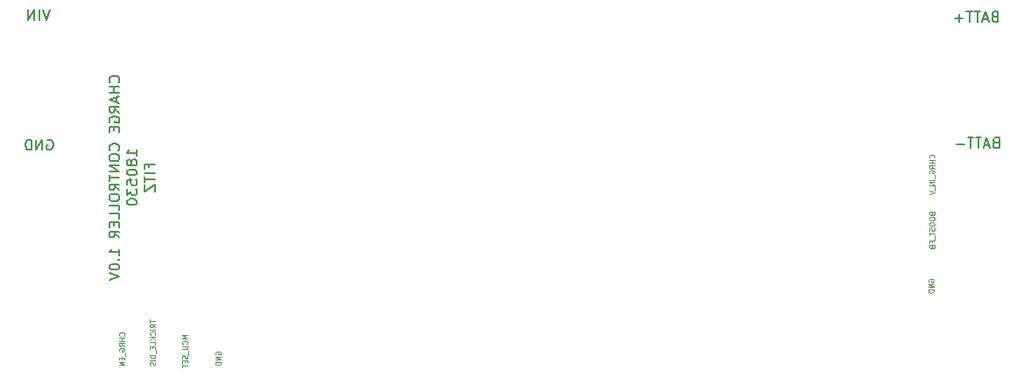
<source format=gbo>
G04 #@! TF.GenerationSoftware,KiCad,Pcbnew,5.0.0-rc2-unknown-2cb65f9~65~ubuntu17.10.1*
G04 #@! TF.CreationDate,2018-06-03T22:05:48-07:00*
G04 #@! TF.ProjectId,charge_controller,6368617267655F636F6E74726F6C6C65,rev?*
G04 #@! TF.SameCoordinates,Original*
G04 #@! TF.FileFunction,Legend,Bot*
G04 #@! TF.FilePolarity,Positive*
%FSLAX46Y46*%
G04 Gerber Fmt 4.6, Leading zero omitted, Abs format (unit mm)*
G04 Created by KiCad (PCBNEW 5.0.0-rc2-unknown-2cb65f9~65~ubuntu17.10.1) date Sun Jun  3 22:05:48 2018*
%MOMM*%
%LPD*%
G01*
G04 APERTURE LIST*
%ADD10C,0.200000*%
%ADD11C,0.120000*%
G04 APERTURE END LIST*
D10*
X112657142Y-117709523D02*
X112704761Y-117661904D01*
X112752380Y-117519047D01*
X112752380Y-117423809D01*
X112704761Y-117280952D01*
X112609523Y-117185714D01*
X112514285Y-117138095D01*
X112323809Y-117090476D01*
X112180952Y-117090476D01*
X111990476Y-117138095D01*
X111895238Y-117185714D01*
X111800000Y-117280952D01*
X111752380Y-117423809D01*
X111752380Y-117519047D01*
X111800000Y-117661904D01*
X111847619Y-117709523D01*
X112752380Y-118138095D02*
X111752380Y-118138095D01*
X112228571Y-118138095D02*
X112228571Y-118709523D01*
X112752380Y-118709523D02*
X111752380Y-118709523D01*
X112466666Y-119138095D02*
X112466666Y-119614285D01*
X112752380Y-119042857D02*
X111752380Y-119376190D01*
X112752380Y-119709523D01*
X112752380Y-120614285D02*
X112276190Y-120280952D01*
X112752380Y-120042857D02*
X111752380Y-120042857D01*
X111752380Y-120423809D01*
X111800000Y-120519047D01*
X111847619Y-120566666D01*
X111942857Y-120614285D01*
X112085714Y-120614285D01*
X112180952Y-120566666D01*
X112228571Y-120519047D01*
X112276190Y-120423809D01*
X112276190Y-120042857D01*
X111800000Y-121566666D02*
X111752380Y-121471428D01*
X111752380Y-121328571D01*
X111800000Y-121185714D01*
X111895238Y-121090476D01*
X111990476Y-121042857D01*
X112180952Y-120995238D01*
X112323809Y-120995238D01*
X112514285Y-121042857D01*
X112609523Y-121090476D01*
X112704761Y-121185714D01*
X112752380Y-121328571D01*
X112752380Y-121423809D01*
X112704761Y-121566666D01*
X112657142Y-121614285D01*
X112323809Y-121614285D01*
X112323809Y-121423809D01*
X112228571Y-122042857D02*
X112228571Y-122376190D01*
X112752380Y-122519047D02*
X112752380Y-122042857D01*
X111752380Y-122042857D01*
X111752380Y-122519047D01*
X112657142Y-124280952D02*
X112704761Y-124233333D01*
X112752380Y-124090476D01*
X112752380Y-123995238D01*
X112704761Y-123852380D01*
X112609523Y-123757142D01*
X112514285Y-123709523D01*
X112323809Y-123661904D01*
X112180952Y-123661904D01*
X111990476Y-123709523D01*
X111895238Y-123757142D01*
X111800000Y-123852380D01*
X111752380Y-123995238D01*
X111752380Y-124090476D01*
X111800000Y-124233333D01*
X111847619Y-124280952D01*
X111752380Y-124900000D02*
X111752380Y-125090476D01*
X111800000Y-125185714D01*
X111895238Y-125280952D01*
X112085714Y-125328571D01*
X112419047Y-125328571D01*
X112609523Y-125280952D01*
X112704761Y-125185714D01*
X112752380Y-125090476D01*
X112752380Y-124900000D01*
X112704761Y-124804761D01*
X112609523Y-124709523D01*
X112419047Y-124661904D01*
X112085714Y-124661904D01*
X111895238Y-124709523D01*
X111800000Y-124804761D01*
X111752380Y-124900000D01*
X112752380Y-125757142D02*
X111752380Y-125757142D01*
X112752380Y-126328571D01*
X111752380Y-126328571D01*
X111752380Y-126661904D02*
X111752380Y-127233333D01*
X112752380Y-126947619D02*
X111752380Y-126947619D01*
X112752380Y-128138095D02*
X112276190Y-127804761D01*
X112752380Y-127566666D02*
X111752380Y-127566666D01*
X111752380Y-127947619D01*
X111800000Y-128042857D01*
X111847619Y-128090476D01*
X111942857Y-128138095D01*
X112085714Y-128138095D01*
X112180952Y-128090476D01*
X112228571Y-128042857D01*
X112276190Y-127947619D01*
X112276190Y-127566666D01*
X111752380Y-128757142D02*
X111752380Y-128947619D01*
X111800000Y-129042857D01*
X111895238Y-129138095D01*
X112085714Y-129185714D01*
X112419047Y-129185714D01*
X112609523Y-129138095D01*
X112704761Y-129042857D01*
X112752380Y-128947619D01*
X112752380Y-128757142D01*
X112704761Y-128661904D01*
X112609523Y-128566666D01*
X112419047Y-128519047D01*
X112085714Y-128519047D01*
X111895238Y-128566666D01*
X111800000Y-128661904D01*
X111752380Y-128757142D01*
X112752380Y-130090476D02*
X112752380Y-129614285D01*
X111752380Y-129614285D01*
X112752380Y-130900000D02*
X112752380Y-130423809D01*
X111752380Y-130423809D01*
X112228571Y-131233333D02*
X112228571Y-131566666D01*
X112752380Y-131709523D02*
X112752380Y-131233333D01*
X111752380Y-131233333D01*
X111752380Y-131709523D01*
X112752380Y-132709523D02*
X112276190Y-132376190D01*
X112752380Y-132138095D02*
X111752380Y-132138095D01*
X111752380Y-132519047D01*
X111800000Y-132614285D01*
X111847619Y-132661904D01*
X111942857Y-132709523D01*
X112085714Y-132709523D01*
X112180952Y-132661904D01*
X112228571Y-132614285D01*
X112276190Y-132519047D01*
X112276190Y-132138095D01*
X112752380Y-134423809D02*
X112752380Y-133852380D01*
X112752380Y-134138095D02*
X111752380Y-134138095D01*
X111895238Y-134042857D01*
X111990476Y-133947619D01*
X112038095Y-133852380D01*
X112657142Y-134852380D02*
X112704761Y-134900000D01*
X112752380Y-134852380D01*
X112704761Y-134804761D01*
X112657142Y-134852380D01*
X112752380Y-134852380D01*
X111752380Y-135519047D02*
X111752380Y-135614285D01*
X111800000Y-135709523D01*
X111847619Y-135757142D01*
X111942857Y-135804761D01*
X112133333Y-135852380D01*
X112371428Y-135852380D01*
X112561904Y-135804761D01*
X112657142Y-135757142D01*
X112704761Y-135709523D01*
X112752380Y-135614285D01*
X112752380Y-135519047D01*
X112704761Y-135423809D01*
X112657142Y-135376190D01*
X112561904Y-135328571D01*
X112371428Y-135280952D01*
X112133333Y-135280952D01*
X111942857Y-135328571D01*
X111847619Y-135376190D01*
X111800000Y-135423809D01*
X111752380Y-135519047D01*
X111752380Y-136138095D02*
X112752380Y-136471428D01*
X111752380Y-136804761D01*
X114452380Y-124804761D02*
X114452380Y-124233333D01*
X114452380Y-124519047D02*
X113452380Y-124519047D01*
X113595238Y-124423809D01*
X113690476Y-124328571D01*
X113738095Y-124233333D01*
X113880952Y-125376190D02*
X113833333Y-125280952D01*
X113785714Y-125233333D01*
X113690476Y-125185714D01*
X113642857Y-125185714D01*
X113547619Y-125233333D01*
X113500000Y-125280952D01*
X113452380Y-125376190D01*
X113452380Y-125566666D01*
X113500000Y-125661904D01*
X113547619Y-125709523D01*
X113642857Y-125757142D01*
X113690476Y-125757142D01*
X113785714Y-125709523D01*
X113833333Y-125661904D01*
X113880952Y-125566666D01*
X113880952Y-125376190D01*
X113928571Y-125280952D01*
X113976190Y-125233333D01*
X114071428Y-125185714D01*
X114261904Y-125185714D01*
X114357142Y-125233333D01*
X114404761Y-125280952D01*
X114452380Y-125376190D01*
X114452380Y-125566666D01*
X114404761Y-125661904D01*
X114357142Y-125709523D01*
X114261904Y-125757142D01*
X114071428Y-125757142D01*
X113976190Y-125709523D01*
X113928571Y-125661904D01*
X113880952Y-125566666D01*
X113452380Y-126376190D02*
X113452380Y-126471428D01*
X113500000Y-126566666D01*
X113547619Y-126614285D01*
X113642857Y-126661904D01*
X113833333Y-126709523D01*
X114071428Y-126709523D01*
X114261904Y-126661904D01*
X114357142Y-126614285D01*
X114404761Y-126566666D01*
X114452380Y-126471428D01*
X114452380Y-126376190D01*
X114404761Y-126280952D01*
X114357142Y-126233333D01*
X114261904Y-126185714D01*
X114071428Y-126138095D01*
X113833333Y-126138095D01*
X113642857Y-126185714D01*
X113547619Y-126233333D01*
X113500000Y-126280952D01*
X113452380Y-126376190D01*
X113452380Y-127614285D02*
X113452380Y-127138095D01*
X113928571Y-127090476D01*
X113880952Y-127138095D01*
X113833333Y-127233333D01*
X113833333Y-127471428D01*
X113880952Y-127566666D01*
X113928571Y-127614285D01*
X114023809Y-127661904D01*
X114261904Y-127661904D01*
X114357142Y-127614285D01*
X114404761Y-127566666D01*
X114452380Y-127471428D01*
X114452380Y-127233333D01*
X114404761Y-127138095D01*
X114357142Y-127090476D01*
X113452380Y-127995238D02*
X113452380Y-128614285D01*
X113833333Y-128280952D01*
X113833333Y-128423809D01*
X113880952Y-128519047D01*
X113928571Y-128566666D01*
X114023809Y-128614285D01*
X114261904Y-128614285D01*
X114357142Y-128566666D01*
X114404761Y-128519047D01*
X114452380Y-128423809D01*
X114452380Y-128138095D01*
X114404761Y-128042857D01*
X114357142Y-127995238D01*
X113452380Y-129233333D02*
X113452380Y-129328571D01*
X113500000Y-129423809D01*
X113547619Y-129471428D01*
X113642857Y-129519047D01*
X113833333Y-129566666D01*
X114071428Y-129566666D01*
X114261904Y-129519047D01*
X114357142Y-129471428D01*
X114404761Y-129423809D01*
X114452380Y-129328571D01*
X114452380Y-129233333D01*
X114404761Y-129138095D01*
X114357142Y-129090476D01*
X114261904Y-129042857D01*
X114071428Y-128995238D01*
X113833333Y-128995238D01*
X113642857Y-129042857D01*
X113547619Y-129090476D01*
X113500000Y-129138095D01*
X113452380Y-129233333D01*
X115628571Y-125947619D02*
X115628571Y-125614285D01*
X116152380Y-125614285D02*
X115152380Y-125614285D01*
X115152380Y-126090476D01*
X116152380Y-126471428D02*
X115152380Y-126471428D01*
X115152380Y-126804761D02*
X115152380Y-127376190D01*
X116152380Y-127090476D02*
X115152380Y-127090476D01*
X115152380Y-127614285D02*
X115152380Y-128280952D01*
X116152380Y-127614285D01*
X116152380Y-128280952D01*
X197338095Y-111328571D02*
X197195238Y-111376190D01*
X197147619Y-111423809D01*
X197100000Y-111519047D01*
X197100000Y-111661904D01*
X197147619Y-111757142D01*
X197195238Y-111804761D01*
X197290476Y-111852380D01*
X197671428Y-111852380D01*
X197671428Y-110852380D01*
X197338095Y-110852380D01*
X197242857Y-110900000D01*
X197195238Y-110947619D01*
X197147619Y-111042857D01*
X197147619Y-111138095D01*
X197195238Y-111233333D01*
X197242857Y-111280952D01*
X197338095Y-111328571D01*
X197671428Y-111328571D01*
X196719047Y-111566666D02*
X196242857Y-111566666D01*
X196814285Y-111852380D02*
X196480952Y-110852380D01*
X196147619Y-111852380D01*
X195957142Y-110852380D02*
X195385714Y-110852380D01*
X195671428Y-111852380D02*
X195671428Y-110852380D01*
X195195238Y-110852380D02*
X194623809Y-110852380D01*
X194909523Y-111852380D02*
X194909523Y-110852380D01*
X194290476Y-111471428D02*
X193528571Y-111471428D01*
X193909523Y-111852380D02*
X193909523Y-111090476D01*
X197438095Y-123528571D02*
X197295238Y-123576190D01*
X197247619Y-123623809D01*
X197200000Y-123719047D01*
X197200000Y-123861904D01*
X197247619Y-123957142D01*
X197295238Y-124004761D01*
X197390476Y-124052380D01*
X197771428Y-124052380D01*
X197771428Y-123052380D01*
X197438095Y-123052380D01*
X197342857Y-123100000D01*
X197295238Y-123147619D01*
X197247619Y-123242857D01*
X197247619Y-123338095D01*
X197295238Y-123433333D01*
X197342857Y-123480952D01*
X197438095Y-123528571D01*
X197771428Y-123528571D01*
X196819047Y-123766666D02*
X196342857Y-123766666D01*
X196914285Y-124052380D02*
X196580952Y-123052380D01*
X196247619Y-124052380D01*
X196057142Y-123052380D02*
X195485714Y-123052380D01*
X195771428Y-124052380D02*
X195771428Y-123052380D01*
X195295238Y-123052380D02*
X194723809Y-123052380D01*
X195009523Y-124052380D02*
X195009523Y-123052380D01*
X194390476Y-123671428D02*
X193628571Y-123671428D01*
D11*
X190950000Y-137019047D02*
X190926190Y-136971428D01*
X190926190Y-136900000D01*
X190950000Y-136828571D01*
X190997619Y-136780952D01*
X191045238Y-136757142D01*
X191140476Y-136733333D01*
X191211904Y-136733333D01*
X191307142Y-136757142D01*
X191354761Y-136780952D01*
X191402380Y-136828571D01*
X191426190Y-136900000D01*
X191426190Y-136947619D01*
X191402380Y-137019047D01*
X191378571Y-137042857D01*
X191211904Y-137042857D01*
X191211904Y-136947619D01*
X191426190Y-137257142D02*
X190926190Y-137257142D01*
X191426190Y-137542857D01*
X190926190Y-137542857D01*
X191426190Y-137780952D02*
X190926190Y-137780952D01*
X190926190Y-137900000D01*
X190950000Y-137971428D01*
X190997619Y-138019047D01*
X191045238Y-138042857D01*
X191140476Y-138066666D01*
X191211904Y-138066666D01*
X191307142Y-138042857D01*
X191354761Y-138019047D01*
X191402380Y-137971428D01*
X191426190Y-137900000D01*
X191426190Y-137780952D01*
X191264285Y-130428571D02*
X191288095Y-130500000D01*
X191311904Y-130523809D01*
X191359523Y-130547619D01*
X191430952Y-130547619D01*
X191478571Y-130523809D01*
X191502380Y-130500000D01*
X191526190Y-130452380D01*
X191526190Y-130261904D01*
X191026190Y-130261904D01*
X191026190Y-130428571D01*
X191050000Y-130476190D01*
X191073809Y-130500000D01*
X191121428Y-130523809D01*
X191169047Y-130523809D01*
X191216666Y-130500000D01*
X191240476Y-130476190D01*
X191264285Y-130428571D01*
X191264285Y-130261904D01*
X191026190Y-130857142D02*
X191026190Y-130952380D01*
X191050000Y-131000000D01*
X191097619Y-131047619D01*
X191192857Y-131071428D01*
X191359523Y-131071428D01*
X191454761Y-131047619D01*
X191502380Y-131000000D01*
X191526190Y-130952380D01*
X191526190Y-130857142D01*
X191502380Y-130809523D01*
X191454761Y-130761904D01*
X191359523Y-130738095D01*
X191192857Y-130738095D01*
X191097619Y-130761904D01*
X191050000Y-130809523D01*
X191026190Y-130857142D01*
X191026190Y-131380952D02*
X191026190Y-131476190D01*
X191050000Y-131523809D01*
X191097619Y-131571428D01*
X191192857Y-131595238D01*
X191359523Y-131595238D01*
X191454761Y-131571428D01*
X191502380Y-131523809D01*
X191526190Y-131476190D01*
X191526190Y-131380952D01*
X191502380Y-131333333D01*
X191454761Y-131285714D01*
X191359523Y-131261904D01*
X191192857Y-131261904D01*
X191097619Y-131285714D01*
X191050000Y-131333333D01*
X191026190Y-131380952D01*
X191502380Y-131785714D02*
X191526190Y-131857142D01*
X191526190Y-131976190D01*
X191502380Y-132023809D01*
X191478571Y-132047619D01*
X191430952Y-132071428D01*
X191383333Y-132071428D01*
X191335714Y-132047619D01*
X191311904Y-132023809D01*
X191288095Y-131976190D01*
X191264285Y-131880952D01*
X191240476Y-131833333D01*
X191216666Y-131809523D01*
X191169047Y-131785714D01*
X191121428Y-131785714D01*
X191073809Y-131809523D01*
X191050000Y-131833333D01*
X191026190Y-131880952D01*
X191026190Y-132000000D01*
X191050000Y-132071428D01*
X191026190Y-132214285D02*
X191026190Y-132500000D01*
X191526190Y-132357142D02*
X191026190Y-132357142D01*
X191573809Y-132547619D02*
X191573809Y-132928571D01*
X191264285Y-133214285D02*
X191264285Y-133047619D01*
X191526190Y-133047619D02*
X191026190Y-133047619D01*
X191026190Y-133285714D01*
X191264285Y-133642857D02*
X191288095Y-133714285D01*
X191311904Y-133738095D01*
X191359523Y-133761904D01*
X191430952Y-133761904D01*
X191478571Y-133738095D01*
X191502380Y-133714285D01*
X191526190Y-133666666D01*
X191526190Y-133476190D01*
X191026190Y-133476190D01*
X191026190Y-133642857D01*
X191050000Y-133690476D01*
X191073809Y-133714285D01*
X191121428Y-133738095D01*
X191169047Y-133738095D01*
X191216666Y-133714285D01*
X191240476Y-133690476D01*
X191264285Y-133642857D01*
X191264285Y-133476190D01*
X191478571Y-125016666D02*
X191502380Y-124992857D01*
X191526190Y-124921428D01*
X191526190Y-124873809D01*
X191502380Y-124802380D01*
X191454761Y-124754761D01*
X191407142Y-124730952D01*
X191311904Y-124707142D01*
X191240476Y-124707142D01*
X191145238Y-124730952D01*
X191097619Y-124754761D01*
X191050000Y-124802380D01*
X191026190Y-124873809D01*
X191026190Y-124921428D01*
X191050000Y-124992857D01*
X191073809Y-125016666D01*
X191526190Y-125230952D02*
X191026190Y-125230952D01*
X191264285Y-125230952D02*
X191264285Y-125516666D01*
X191526190Y-125516666D02*
X191026190Y-125516666D01*
X191526190Y-126040476D02*
X191288095Y-125873809D01*
X191526190Y-125754761D02*
X191026190Y-125754761D01*
X191026190Y-125945238D01*
X191050000Y-125992857D01*
X191073809Y-126016666D01*
X191121428Y-126040476D01*
X191192857Y-126040476D01*
X191240476Y-126016666D01*
X191264285Y-125992857D01*
X191288095Y-125945238D01*
X191288095Y-125754761D01*
X191050000Y-126516666D02*
X191026190Y-126469047D01*
X191026190Y-126397619D01*
X191050000Y-126326190D01*
X191097619Y-126278571D01*
X191145238Y-126254761D01*
X191240476Y-126230952D01*
X191311904Y-126230952D01*
X191407142Y-126254761D01*
X191454761Y-126278571D01*
X191502380Y-126326190D01*
X191526190Y-126397619D01*
X191526190Y-126445238D01*
X191502380Y-126516666D01*
X191478571Y-126540476D01*
X191311904Y-126540476D01*
X191311904Y-126445238D01*
X191573809Y-126635714D02*
X191573809Y-127016666D01*
X191526190Y-127135714D02*
X191026190Y-127135714D01*
X191526190Y-127373809D02*
X191026190Y-127373809D01*
X191526190Y-127659523D01*
X191026190Y-127659523D01*
X191573809Y-127778571D02*
X191573809Y-128159523D01*
X191026190Y-128207142D02*
X191526190Y-128373809D01*
X191026190Y-128540476D01*
D10*
X105761904Y-123300000D02*
X105857142Y-123252380D01*
X106000000Y-123252380D01*
X106142857Y-123300000D01*
X106238095Y-123395238D01*
X106285714Y-123490476D01*
X106333333Y-123680952D01*
X106333333Y-123823809D01*
X106285714Y-124014285D01*
X106238095Y-124109523D01*
X106142857Y-124204761D01*
X106000000Y-124252380D01*
X105904761Y-124252380D01*
X105761904Y-124204761D01*
X105714285Y-124157142D01*
X105714285Y-123823809D01*
X105904761Y-123823809D01*
X105285714Y-124252380D02*
X105285714Y-123252380D01*
X104714285Y-124252380D01*
X104714285Y-123252380D01*
X104238095Y-124252380D02*
X104238095Y-123252380D01*
X104000000Y-123252380D01*
X103857142Y-123300000D01*
X103761904Y-123395238D01*
X103714285Y-123490476D01*
X103666666Y-123680952D01*
X103666666Y-123823809D01*
X103714285Y-124014285D01*
X103761904Y-124109523D01*
X103857142Y-124204761D01*
X104000000Y-124252380D01*
X104238095Y-124252380D01*
X105995238Y-110652380D02*
X105661904Y-111652380D01*
X105328571Y-110652380D01*
X104995238Y-111652380D02*
X104995238Y-110652380D01*
X104519047Y-111652380D02*
X104519047Y-110652380D01*
X103947619Y-111652380D01*
X103947619Y-110652380D01*
D11*
X113178571Y-142214285D02*
X113202380Y-142190476D01*
X113226190Y-142119047D01*
X113226190Y-142071428D01*
X113202380Y-142000000D01*
X113154761Y-141952380D01*
X113107142Y-141928571D01*
X113011904Y-141904761D01*
X112940476Y-141904761D01*
X112845238Y-141928571D01*
X112797619Y-141952380D01*
X112750000Y-142000000D01*
X112726190Y-142071428D01*
X112726190Y-142119047D01*
X112750000Y-142190476D01*
X112773809Y-142214285D01*
X113226190Y-142428571D02*
X112726190Y-142428571D01*
X112964285Y-142428571D02*
X112964285Y-142714285D01*
X113226190Y-142714285D02*
X112726190Y-142714285D01*
X113226190Y-143238095D02*
X112988095Y-143071428D01*
X113226190Y-142952380D02*
X112726190Y-142952380D01*
X112726190Y-143142857D01*
X112750000Y-143190476D01*
X112773809Y-143214285D01*
X112821428Y-143238095D01*
X112892857Y-143238095D01*
X112940476Y-143214285D01*
X112964285Y-143190476D01*
X112988095Y-143142857D01*
X112988095Y-142952380D01*
X112750000Y-143714285D02*
X112726190Y-143666666D01*
X112726190Y-143595238D01*
X112750000Y-143523809D01*
X112797619Y-143476190D01*
X112845238Y-143452380D01*
X112940476Y-143428571D01*
X113011904Y-143428571D01*
X113107142Y-143452380D01*
X113154761Y-143476190D01*
X113202380Y-143523809D01*
X113226190Y-143595238D01*
X113226190Y-143642857D01*
X113202380Y-143714285D01*
X113178571Y-143738095D01*
X113011904Y-143738095D01*
X113011904Y-143642857D01*
X113273809Y-143833333D02*
X113273809Y-144214285D01*
X112964285Y-144333333D02*
X112964285Y-144500000D01*
X113226190Y-144571428D02*
X113226190Y-144333333D01*
X112726190Y-144333333D01*
X112726190Y-144571428D01*
X113226190Y-144785714D02*
X112726190Y-144785714D01*
X113226190Y-145071428D01*
X112726190Y-145071428D01*
X115726190Y-140661904D02*
X115726190Y-140947619D01*
X116226190Y-140804761D02*
X115726190Y-140804761D01*
X116226190Y-141400000D02*
X115988095Y-141233333D01*
X116226190Y-141114285D02*
X115726190Y-141114285D01*
X115726190Y-141304761D01*
X115750000Y-141352380D01*
X115773809Y-141376190D01*
X115821428Y-141400000D01*
X115892857Y-141400000D01*
X115940476Y-141376190D01*
X115964285Y-141352380D01*
X115988095Y-141304761D01*
X115988095Y-141114285D01*
X116226190Y-141614285D02*
X115726190Y-141614285D01*
X116178571Y-142138095D02*
X116202380Y-142114285D01*
X116226190Y-142042857D01*
X116226190Y-141995238D01*
X116202380Y-141923809D01*
X116154761Y-141876190D01*
X116107142Y-141852380D01*
X116011904Y-141828571D01*
X115940476Y-141828571D01*
X115845238Y-141852380D01*
X115797619Y-141876190D01*
X115750000Y-141923809D01*
X115726190Y-141995238D01*
X115726190Y-142042857D01*
X115750000Y-142114285D01*
X115773809Y-142138095D01*
X116226190Y-142352380D02*
X115726190Y-142352380D01*
X116226190Y-142638095D02*
X115940476Y-142423809D01*
X115726190Y-142638095D02*
X116011904Y-142352380D01*
X116226190Y-143090476D02*
X116226190Y-142852380D01*
X115726190Y-142852380D01*
X115964285Y-143257142D02*
X115964285Y-143423809D01*
X116226190Y-143495238D02*
X116226190Y-143257142D01*
X115726190Y-143257142D01*
X115726190Y-143495238D01*
X116273809Y-143590476D02*
X116273809Y-143971428D01*
X116226190Y-144090476D02*
X115726190Y-144090476D01*
X115726190Y-144209523D01*
X115750000Y-144280952D01*
X115797619Y-144328571D01*
X115845238Y-144352380D01*
X115940476Y-144376190D01*
X116011904Y-144376190D01*
X116107142Y-144352380D01*
X116154761Y-144328571D01*
X116202380Y-144280952D01*
X116226190Y-144209523D01*
X116226190Y-144090476D01*
X116226190Y-144590476D02*
X115726190Y-144590476D01*
X116202380Y-144804761D02*
X116226190Y-144876190D01*
X116226190Y-144995238D01*
X116202380Y-145042857D01*
X116178571Y-145066666D01*
X116130952Y-145090476D01*
X116083333Y-145090476D01*
X116035714Y-145066666D01*
X116011904Y-145042857D01*
X115988095Y-144995238D01*
X115964285Y-144900000D01*
X115940476Y-144852380D01*
X115916666Y-144828571D01*
X115869047Y-144804761D01*
X115821428Y-144804761D01*
X115773809Y-144828571D01*
X115750000Y-144852380D01*
X115726190Y-144900000D01*
X115726190Y-145019047D01*
X115750000Y-145090476D01*
X119326190Y-142176190D02*
X118826190Y-142176190D01*
X119183333Y-142342857D01*
X118826190Y-142509523D01*
X119326190Y-142509523D01*
X119278571Y-143033333D02*
X119302380Y-143009523D01*
X119326190Y-142938095D01*
X119326190Y-142890476D01*
X119302380Y-142819047D01*
X119254761Y-142771428D01*
X119207142Y-142747619D01*
X119111904Y-142723809D01*
X119040476Y-142723809D01*
X118945238Y-142747619D01*
X118897619Y-142771428D01*
X118850000Y-142819047D01*
X118826190Y-142890476D01*
X118826190Y-142938095D01*
X118850000Y-143009523D01*
X118873809Y-143033333D01*
X118826190Y-143247619D02*
X119230952Y-143247619D01*
X119278571Y-143271428D01*
X119302380Y-143295238D01*
X119326190Y-143342857D01*
X119326190Y-143438095D01*
X119302380Y-143485714D01*
X119278571Y-143509523D01*
X119230952Y-143533333D01*
X118826190Y-143533333D01*
X119373809Y-143652380D02*
X119373809Y-144033333D01*
X119302380Y-144128571D02*
X119326190Y-144200000D01*
X119326190Y-144319047D01*
X119302380Y-144366666D01*
X119278571Y-144390476D01*
X119230952Y-144414285D01*
X119183333Y-144414285D01*
X119135714Y-144390476D01*
X119111904Y-144366666D01*
X119088095Y-144319047D01*
X119064285Y-144223809D01*
X119040476Y-144176190D01*
X119016666Y-144152380D01*
X118969047Y-144128571D01*
X118921428Y-144128571D01*
X118873809Y-144152380D01*
X118850000Y-144176190D01*
X118826190Y-144223809D01*
X118826190Y-144342857D01*
X118850000Y-144414285D01*
X119064285Y-144628571D02*
X119064285Y-144795238D01*
X119326190Y-144866666D02*
X119326190Y-144628571D01*
X118826190Y-144628571D01*
X118826190Y-144866666D01*
X118826190Y-145009523D02*
X118826190Y-145295238D01*
X119326190Y-145152380D02*
X118826190Y-145152380D01*
X122050000Y-144019047D02*
X122026190Y-143971428D01*
X122026190Y-143900000D01*
X122050000Y-143828571D01*
X122097619Y-143780952D01*
X122145238Y-143757142D01*
X122240476Y-143733333D01*
X122311904Y-143733333D01*
X122407142Y-143757142D01*
X122454761Y-143780952D01*
X122502380Y-143828571D01*
X122526190Y-143900000D01*
X122526190Y-143947619D01*
X122502380Y-144019047D01*
X122478571Y-144042857D01*
X122311904Y-144042857D01*
X122311904Y-143947619D01*
X122526190Y-144257142D02*
X122026190Y-144257142D01*
X122526190Y-144542857D01*
X122026190Y-144542857D01*
X122526190Y-144780952D02*
X122026190Y-144780952D01*
X122026190Y-144900000D01*
X122050000Y-144971428D01*
X122097619Y-145019047D01*
X122145238Y-145042857D01*
X122240476Y-145066666D01*
X122311904Y-145066666D01*
X122407142Y-145042857D01*
X122454761Y-145019047D01*
X122502380Y-144971428D01*
X122526190Y-144900000D01*
X122526190Y-144780952D01*
M02*

</source>
